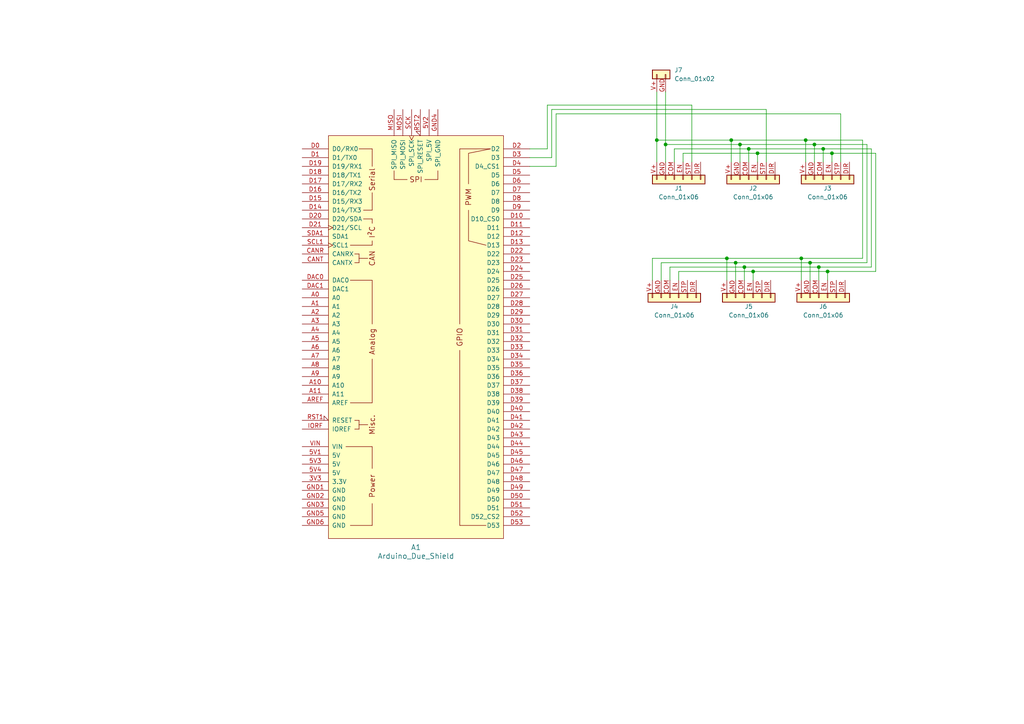
<source format=kicad_sch>
(kicad_sch (version 20230121) (generator eeschema)
  (paper "A4")
  (lib_symbols
    (symbol "Connector_Generic:Conn_01x02" (pin_names (offset 1.016) hide)
      (property "Reference" "J7" (at 1.27 -5.08 90))
      (property "Value" "Conn_01x02" (at -1.27 -5.08 90))
      (symbol "Conn_01x02_1_1"
        (rectangle (start -1.27 -2.413) (end 0 -2.667) (stroke (width 0.1524)))
        (rectangle (start -1.27 0.127) (end 0 -0.127) (stroke (width 0.1524)))
        (rectangle (start -1.27 1.27) (end 1.27 -3.81) (stroke (width 0.254)) (fill (type background)))
        (pin passive line (at -5.08 -2.54 0) (length 3.81) (name "GND") (number "GND"))
        (pin passive line (at -5.08 0 0) (length 3.81) (name "V+") (number "V+"))
      )
    )
    (symbol "Connector_Generic:Conn_01x06" (pin_names (offset 1.016) hide)
      (property "Reference" "J1" (at 2.54 -1.27 90))
      (property "Value" "Conn_01x06" (at 5.08 -1.27 90))
      (symbol "Conn_01x06_1_1"
        (rectangle (start -1.27 -7.493) (end 0 -7.747) (stroke (width 0.1524)))
        (rectangle (start -1.27 -4.953) (end 0 -5.207) (stroke (width 0.1524)))
        (rectangle (start -1.27 -2.413) (end 0 -2.667) (stroke (width 0.1524)))
        (rectangle (start -1.27 0.127) (end 0 -0.127) (stroke (width 0.1524)))
        (rectangle (start -1.27 2.667) (end 0 2.413) (stroke (width 0.1524)))
        (rectangle (start -1.27 5.207) (end 0 4.953) (stroke (width 0.1524)))
        (rectangle (start -1.27 6.35) (end 1.27 -8.89) (stroke (width 0.254)) (fill (type background)))
        (pin passive line (at -5.08 -2.54 0) (length 3.81) (name "COM") (number "COM"))
        (pin passive line (at -5.08 5.08 0) (length 3.81) (name "DIR") (number "DIR"))
        (pin passive line (at -5.08 0 0) (length 3.81) (name "EN") (number "EN"))
        (pin passive line (at -5.08 -5.08 0) (length 3.81) (name "GND") (number "GND"))
        (pin passive line (at -5.08 2.54 0) (length 3.81) (name "STP") (number "STP"))
        (pin passive line (at -5.08 -7.62 0) (length 3.81) (name "V+") (number "V+"))
      )
    )
    (symbol "arduino-library:Arduino_Due_Shield" (pin_names (offset 1.016))
      (property "Reference" "A" (at 0 -62.23 0))
      (property "Value" "Arduino_Due_Shield" (at 0 -66.04 0))
      (symbol "Arduino_Due_Shield_0_0"
        (rectangle (start -25.4 -58.42) (end 25.4 58.42) (fill (type background)))
        (rectangle (start -20.32 -31.75) (end -12.7 -31.75))
        (rectangle (start -19.05 -54.61) (end -12.7 -54.61))
        (rectangle (start -19.05 -19.05) (end -12.7 -19.05))
        (rectangle (start -19.05 16.51) (end -12.7 16.51))
        (rectangle (start -19.05 26.67) (end -12.7 26.67))
        (rectangle (start -17.78 -26.67) (end -16.51 -26.67))
        (rectangle (start -17.78 -24.13) (end -16.51 -24.13))
        (rectangle (start -17.78 21.59) (end -16.51 21.59))
        (rectangle (start -17.78 24.13) (end -16.51 24.13))
        (rectangle (start -16.51 -25.4) (end -13.97 -25.4))
        (rectangle (start -16.51 -24.13) (end -16.51 -26.67))
        (rectangle (start -16.51 22.86) (end -13.97 22.86))
        (rectangle (start -16.51 24.13) (end -16.51 21.59))
        (rectangle (start -16.51 54.61) (end -12.7 54.61))
        (rectangle (start -15.24 34.29) (end -12.7 34.29))
        (rectangle (start -15.24 36.83) (end -12.7 36.83))
        (rectangle (start -12.7 -54.61) (end -12.7 -48.26))
        (rectangle (start -12.7 -31.75) (end -12.7 -38.1))
        (rectangle (start -12.7 -6.35) (end -12.7 -19.05))
        (rectangle (start -12.7 16.51) (end -12.7 3.81))
        (rectangle (start -12.7 26.67) (end -12.7 27.94))
        (rectangle (start -12.7 34.29) (end -12.7 33.02))
        (rectangle (start -12.7 41.91) (end -12.7 36.83))
        (rectangle (start -12.7 49.53) (end -12.7 54.61))
        (rectangle (start -6.35 48.26) (end -6.35 45.72))
        (rectangle (start -2.54 45.72) (end -6.35 45.72))
        (polyline (pts (xy 12.7 -54.61) (xy 20.32 -54.61)))
        (polyline (pts (xy 21.59 54.61) (xy 12.7 54.61)))
        (polyline (pts (xy 15.24 44.45) (xy 15.24 53.34) (xy 21.59 54.61)))
        (polyline (pts (xy 20.32 26.67) (xy 15.24 27.94) (xy 15.24 36.83)))
        (rectangle (start 6.35 45.72) (end 2.54 45.72))
        (rectangle (start 6.35 48.26) (end 6.35 45.72))
        (text "Analog" (at -12.7 -1.27 900) (effects (font (size 1.524 1.524))))
        (text "CAN" (at -12.7 22.86 900) (effects (font (size 1.524 1.524))))
        (text "I²C" (at -12.7 30.48 900) (effects (font (size 1.524 1.524))))
        (text "Misc." (at -12.7 -25.4 900) (effects (font (size 1.524 1.524))))
        (text "Power" (at -12.7 -43.18 900) (effects (font (size 1.524 1.524))))
        (text "PWM" (at 15.24 40.64 900) (effects (font (size 1.524 1.524))))
        (text "Serial" (at -12.7 45.72 900) (effects (font (size 1.524 1.524))))
        (text "SPI" (at 0 45.72 0) (effects (font (size 1.524 1.524))))
      )
      (symbol "Arduino_Due_Shield_1_0"
        (rectangle (start 12.7 -54.61) (end 12.7 -3.81))
        (rectangle (start 12.7 54.61) (end 12.7 3.81))
        (text "GPIO" (at 12.7 0 900) (effects (font (size 1.524 1.524))))
      )
      (symbol "Arduino_Due_Shield_1_1"
        (pin power_out line (at -33.02 -41.91 0) (length 7.62) (name "3.3V") (number "3V3"))
        (pin power_in line (at -33.02 -34.29 0) (length 7.62) (name "5V") (number "5V1"))
        (pin power_in line (at 3.81 66.04 270) (length 7.62) (name "SPI_5V") (number "5V2"))
        (pin power_in line (at -33.02 -36.83 0) (length 7.62) (name "5V") (number "5V3"))
        (pin power_in line (at -33.02 -39.37 0) (length 7.62) (name "5V") (number "5V4"))
        (pin bidirectional line (at -33.02 11.43 0) (length 7.62) (name "A0") (number "A0"))
        (pin bidirectional line (at -33.02 8.89 0) (length 7.62) (name "A1") (number "A1"))
        (pin bidirectional line (at -33.02 -13.97 0) (length 7.62) (name "A10") (number "A10"))
        (pin bidirectional line (at -33.02 -16.51 0) (length 7.62) (name "A11") (number "A11"))
        (pin bidirectional line (at -33.02 6.35 0) (length 7.62) (name "A2") (number "A2"))
        (pin bidirectional line (at -33.02 3.81 0) (length 7.62) (name "A3") (number "A3"))
        (pin bidirectional line (at -33.02 1.27 0) (length 7.62) (name "A4") (number "A4"))
        (pin bidirectional line (at -33.02 -1.27 0) (length 7.62) (name "A5") (number "A5"))
        (pin bidirectional line (at -33.02 -3.81 0) (length 7.62) (name "A6") (number "A6"))
        (pin bidirectional line (at -33.02 -6.35 0) (length 7.62) (name "A7") (number "A7"))
        (pin bidirectional line (at -33.02 -8.89 0) (length 7.62) (name "A8") (number "A8"))
        (pin bidirectional line (at -33.02 -11.43 0) (length 7.62) (name "A9") (number "A9"))
        (pin input line (at -33.02 -19.05 0) (length 7.62) (name "AREF") (number "AREF"))
        (pin bidirectional line (at -33.02 24.13 0) (length 7.62) (name "CANRX") (number "CANR"))
        (pin bidirectional line (at -33.02 21.59 0) (length 7.62) (name "CANTX") (number "CANT"))
        (pin bidirectional line (at -33.02 54.61 0) (length 7.62) (name "D0/RX0") (number "D0"))
        (pin bidirectional line (at -33.02 52.07 0) (length 7.62) (name "D1/TX0") (number "D1"))
        (pin bidirectional line (at 33.02 34.29 180) (length 7.62) (name "D10_CS0") (number "D10"))
        (pin bidirectional line (at 33.02 31.75 180) (length 7.62) (name "D11") (number "D11"))
        (pin bidirectional line (at 33.02 29.21 180) (length 7.62) (name "D12") (number "D12"))
        (pin bidirectional line (at 33.02 26.67 180) (length 7.62) (name "D13") (number "D13"))
        (pin bidirectional line (at -33.02 36.83 0) (length 7.62) (name "D14/TX3") (number "D14"))
        (pin bidirectional line (at -33.02 39.37 0) (length 7.62) (name "D15/RX3") (number "D15"))
        (pin bidirectional line (at -33.02 41.91 0) (length 7.62) (name "D16/TX2") (number "D16"))
        (pin bidirectional line (at -33.02 44.45 0) (length 7.62) (name "D17/RX2") (number "D17"))
        (pin bidirectional line (at -33.02 46.99 0) (length 7.62) (name "D18/TX1") (number "D18"))
        (pin bidirectional line (at -33.02 49.53 0) (length 7.62) (name "D19/RX1") (number "D19"))
        (pin bidirectional line (at 33.02 54.61 180) (length 7.62) (name "D2") (number "D2"))
        (pin bidirectional line (at -33.02 34.29 0) (length 7.62) (name "D20/SDA") (number "D20"))
        (pin bidirectional clock (at -33.02 31.75 0) (length 7.62) (name "D21/SCL") (number "D21"))
        (pin bidirectional line (at 33.02 24.13 180) (length 7.62) (name "D22") (number "D22"))
        (pin bidirectional line (at 33.02 21.59 180) (length 7.62) (name "D23") (number "D23"))
        (pin bidirectional line (at 33.02 19.05 180) (length 7.62) (name "D24") (number "D24"))
        (pin bidirectional line (at 33.02 16.51 180) (length 7.62) (name "D25") (number "D25"))
        (pin bidirectional line (at 33.02 13.97 180) (length 7.62) (name "D26") (number "D26"))
        (pin bidirectional line (at 33.02 11.43 180) (length 7.62) (name "D27") (number "D27"))
        (pin bidirectional line (at 33.02 8.89 180) (length 7.62) (name "D28") (number "D28"))
        (pin bidirectional line (at 33.02 6.35 180) (length 7.62) (name "D29") (number "D29"))
        (pin bidirectional line (at 33.02 52.07 180) (length 7.62) (name "D3") (number "D3"))
        (pin bidirectional line (at 33.02 3.81 180) (length 7.62) (name "D30") (number "D30"))
        (pin bidirectional line (at 33.02 1.27 180) (length 7.62) (name "D31") (number "D31"))
        (pin bidirectional line (at 33.02 -1.27 180) (length 7.62) (name "D32") (number "D32"))
        (pin bidirectional line (at 33.02 -3.81 180) (length 7.62) (name "D33") (number "D33"))
        (pin bidirectional line (at 33.02 -6.35 180) (length 7.62) (name "D34") (number "D34"))
        (pin bidirectional line (at 33.02 -8.89 180) (length 7.62) (name "D35") (number "D35"))
        (pin bidirectional line (at 33.02 -11.43 180) (length 7.62) (name "D36") (number "D36"))
        (pin bidirectional line (at 33.02 -13.97 180) (length 7.62) (name "D37") (number "D37"))
        (pin bidirectional line (at 33.02 -16.51 180) (length 7.62) (name "D38") (number "D38"))
        (pin bidirectional line (at 33.02 -19.05 180) (length 7.62) (name "D39") (number "D39"))
        (pin bidirectional line (at 33.02 49.53 180) (length 7.62) (name "D4_CS1") (number "D4"))
        (pin bidirectional line (at 33.02 -21.59 180) (length 7.62) (name "D40") (number "D40"))
        (pin bidirectional line (at 33.02 -24.13 180) (length 7.62) (name "D41") (number "D41"))
        (pin bidirectional line (at 33.02 -26.67 180) (length 7.62) (name "D42") (number "D42"))
        (pin bidirectional line (at 33.02 -29.21 180) (length 7.62) (name "D43") (number "D43"))
        (pin bidirectional line (at 33.02 -31.75 180) (length 7.62) (name "D44") (number "D44"))
        (pin bidirectional line (at 33.02 -34.29 180) (length 7.62) (name "D45") (number "D45"))
        (pin bidirectional line (at 33.02 -36.83 180) (length 7.62) (name "D46") (number "D46"))
        (pin bidirectional line (at 33.02 -39.37 180) (length 7.62) (name "D47") (number "D47"))
        (pin bidirectional line (at 33.02 -41.91 180) (length 7.62) (name "D48") (number "D48"))
        (pin bidirectional line (at 33.02 -44.45 180) (length 7.62) (name "D49") (number "D49"))
        (pin bidirectional line (at 33.02 46.99 180) (length 7.62) (name "D5") (number "D5"))
        (pin bidirectional line (at 33.02 -46.99 180) (length 7.62) (name "D50") (number "D50"))
        (pin bidirectional line (at 33.02 -49.53 180) (length 7.62) (name "D51") (number "D51"))
        (pin bidirectional line (at 33.02 -52.07 180) (length 7.62) (name "D52_CS2") (number "D52"))
        (pin bidirectional line (at 33.02 -54.61 180) (length 7.62) (name "D53") (number "D53"))
        (pin bidirectional line (at 33.02 44.45 180) (length 7.62) (name "D6") (number "D6"))
        (pin bidirectional line (at 33.02 41.91 180) (length 7.62) (name "D7") (number "D7"))
        (pin bidirectional line (at 33.02 39.37 180) (length 7.62) (name "D8") (number "D8"))
        (pin bidirectional line (at 33.02 36.83 180) (length 7.62) (name "D9") (number "D9"))
        (pin bidirectional line (at -33.02 16.51 0) (length 7.62) (name "DAC0") (number "DAC0"))
        (pin bidirectional line (at -33.02 13.97 0) (length 7.62) (name "DAC1") (number "DAC1"))
        (pin power_in line (at -33.02 -44.45 0) (length 7.62) (name "GND") (number "GND1"))
        (pin power_in line (at -33.02 -46.99 0) (length 7.62) (name "GND") (number "GND2"))
        (pin power_in line (at -33.02 -49.53 0) (length 7.62) (name "GND") (number "GND3"))
        (pin power_in line (at 6.35 66.04 270) (length 7.62) (name "SPI_GND") (number "GND4"))
        (pin power_in line (at -33.02 -52.07 0) (length 7.62) (name "GND") (number "GND5"))
        (pin power_in line (at -33.02 -54.61 0) (length 7.62) (name "GND") (number "GND6"))
        (pin output line (at -33.02 -26.67 0) (length 7.62) (name "IOREF") (number "IORF"))
        (pin input line (at -6.35 66.04 270) (length 7.62) (name "SPI_MISO") (number "MISO"))
        (pin output line (at -3.81 66.04 270) (length 7.62) (name "SPI_MOSI") (number "MOSI"))
        (pin open_collector input_low (at -33.02 -24.13 0) (length 7.62) (name "RESET") (number "RST1"))
        (pin open_collector input_low (at 1.27 66.04 270) (length 7.62) (name "SPI_RESET") (number "RST2"))
        (pin output clock (at -1.27 66.04 270) (length 7.62) (name "SPI_SCK") (number "SCK"))
        (pin bidirectional clock (at -33.02 26.67 0) (length 7.62) (name "SCL1") (number "SCL1"))
        (pin bidirectional line (at -33.02 29.21 0) (length 7.62) (name "SDA1") (number "SDA1"))
        (pin power_in line (at -33.02 -31.75 0) (length 7.62) (name "VIN") (number "VIN"))
      )
    )
  )
  (junction (at 193.04 41.91))
  (junction (at 236.22 41.91))
  (junction (at 212.09 40.64))
  (junction (at 240.03 78.74))
  (junction (at 232.41 74.93))
  (junction (at 219.71 44.45))
  (junction (at 214.63 41.91))
  (junction (at 217.17 43.18))
  (junction (at 233.68 40.64))
  (junction (at 218.44 78.74))
  (junction (at 190.5 40.64))
  (junction (at 241.3 44.45))
  (junction (at 234.95 76.2))
  (junction (at 215.9 77.47))
  (junction (at 210.82 74.93))
  (junction (at 238.76 43.18))
  (junction (at 213.36 76.2))
  (junction (at 237.49 77.47))
  (wire (pts (xy 237.49 77.47) (xy 237.49 81.28)))
  (wire (pts (xy 193.04 41.91) (xy 193.04 46.99)))
  (wire (pts (xy 161.29 48.26) (xy 161.29 33.02)))
  (wire (pts (xy 234.95 76.2) (xy 251.46 76.2)))
  (wire (pts (xy 200.66 30.48) (xy 200.66 46.99)))
  (wire (pts (xy 160.02 31.75) (xy 222.25 31.75)))
  (wire (pts (xy 160.02 45.72) (xy 160.02 31.75)))
  (wire (pts (xy 153.67 48.26) (xy 161.29 48.26)))
  (wire (pts (xy 153.67 43.18) (xy 158.75 43.18)))
  (wire (pts (xy 215.9 77.47) (xy 215.9 81.28)))
  (wire (pts (xy 213.36 76.2) (xy 213.36 81.28)))
  (wire (pts (xy 158.75 30.48) (xy 200.66 30.48)))
  (wire (pts (xy 241.3 44.45) (xy 254 44.45)))
  (wire (pts (xy 252.73 77.47) (xy 237.49 77.47)))
  (wire (pts (xy 215.9 77.47) (xy 194.31 77.47)))
  (wire (pts (xy 236.22 41.91) (xy 236.22 46.99)))
  (wire (pts (xy 232.41 74.93) (xy 210.82 74.93)))
  (wire (pts (xy 213.36 76.2) (xy 234.95 76.2)))
  (wire (pts (xy 240.03 78.74) (xy 218.44 78.74)))
  (wire (pts (xy 195.58 43.18) (xy 217.17 43.18)))
  (wire (pts (xy 254 44.45) (xy 254 78.74)))
  (wire (pts (xy 250.19 40.64) (xy 250.19 74.93)))
  (wire (pts (xy 237.49 77.47) (xy 215.9 77.47)))
  (wire (pts (xy 214.63 41.91) (xy 193.04 41.91)))
  (wire (pts (xy 234.95 76.2) (xy 234.95 81.28)))
  (wire (pts (xy 193.04 26.67) (xy 193.04 41.91)))
  (wire (pts (xy 251.46 41.91) (xy 236.22 41.91)))
  (wire (pts (xy 214.63 41.91) (xy 214.63 46.99)))
  (wire (pts (xy 212.09 40.64) (xy 212.09 46.99)))
  (wire (pts (xy 240.03 78.74) (xy 240.03 81.28)))
  (wire (pts (xy 250.19 74.93) (xy 232.41 74.93)))
  (wire (pts (xy 233.68 40.64) (xy 212.09 40.64)))
  (wire (pts (xy 232.41 81.28) (xy 232.41 74.93)))
  (wire (pts (xy 194.31 77.47) (xy 194.31 81.28)))
  (wire (pts (xy 190.5 40.64) (xy 212.09 40.64)))
  (wire (pts (xy 190.5 26.67) (xy 190.5 40.64)))
  (wire (pts (xy 190.5 46.99) (xy 190.5 40.64)))
  (wire (pts (xy 217.17 43.18) (xy 217.17 46.99)))
  (wire (pts (xy 254 78.74) (xy 240.03 78.74)))
  (wire (pts (xy 243.84 33.02) (xy 243.84 46.99)))
  (wire (pts (xy 158.75 43.18) (xy 158.75 30.48)))
  (wire (pts (xy 191.77 76.2) (xy 213.36 76.2)))
  (wire (pts (xy 238.76 43.18) (xy 252.73 43.18)))
  (wire (pts (xy 219.71 44.45) (xy 219.71 46.99)))
  (wire (pts (xy 236.22 41.91) (xy 214.63 41.91)))
  (wire (pts (xy 189.23 74.93) (xy 210.82 74.93)))
  (wire (pts (xy 233.68 40.64) (xy 250.19 40.64)))
  (wire (pts (xy 196.85 78.74) (xy 196.85 81.28)))
  (wire (pts (xy 198.12 46.99) (xy 198.12 44.45)))
  (wire (pts (xy 218.44 78.74) (xy 218.44 81.28)))
  (wire (pts (xy 219.71 44.45) (xy 241.3 44.45)))
  (wire (pts (xy 189.23 81.28) (xy 189.23 74.93)))
  (wire (pts (xy 195.58 46.99) (xy 195.58 43.18)))
  (wire (pts (xy 210.82 74.93) (xy 210.82 81.28)))
  (wire (pts (xy 218.44 78.74) (xy 196.85 78.74)))
  (wire (pts (xy 217.17 43.18) (xy 238.76 43.18)))
  (wire (pts (xy 241.3 44.45) (xy 241.3 46.99)))
  (wire (pts (xy 252.73 43.18) (xy 252.73 77.47)))
  (wire (pts (xy 198.12 44.45) (xy 219.71 44.45)))
  (wire (pts (xy 153.67 45.72) (xy 160.02 45.72)))
  (wire (pts (xy 222.25 31.75) (xy 222.25 46.99)))
  (wire (pts (xy 161.29 33.02) (xy 243.84 33.02)))
  (wire (pts (xy 238.76 43.18) (xy 238.76 46.99)))
  (wire (pts (xy 191.77 81.28) (xy 191.77 76.2)))
  (wire (pts (xy 251.46 76.2) (xy 251.46 41.91)))
  (wire (pts (xy 233.68 46.99) (xy 233.68 40.64)))
  (symbol (lib_id "Connector_Generic:Conn_01x06") (at 240.03 86.36 270) (unit 1)
    (property "Reference" "J6" (at 238.76 88.9 90))
    (property "Value" "Conn_01x06" (at 238.76 91.44 90))
  )
  (symbol (lib_id "Connector_Generic:Conn_01x02") (at 190.5 21.59 90) (unit 1)
    (property "Reference" "J7" (at 195.58 20.32 90) (effects (justify right)))
    (property "Value" "Conn_01x02" (at 195.58 22.86 90) (effects (justify right)))
  )
  (symbol (lib_id "Connector_Generic:Conn_01x06") (at 241.3 52.07 270) (unit 1)
    (property "Reference" "J3" (at 240.03 54.61 90))
    (property "Value" "Conn_01x06" (at 240.03 57.15 90))
  )
  (symbol (lib_id "Connector_Generic:Conn_01x06") (at 219.71 52.07 270) (unit 1)
    (property "Reference" "J2" (at 218.44 54.61 90))
    (property "Value" "Conn_01x06" (at 218.44 57.15 90))
  )
  (symbol (lib_id "arduino-library:Arduino_Due_Shield") (at 120.65 97.79 0) (unit 1)
    (property "Reference" "A1" (at 120.65 158.75 0) (effects (font (size 1.524 1.524))))
    (property "Value" "Arduino_Due_Shield" (at 120.65 161.29 0) (effects (font (size 1.524 1.524))))
    (property "Footprint" "PCM_arduino-library:Arduino_Due_Shield" (effects hide))
    (property "Datasheet" "https://docs.arduino.cc/hardware/due" (effects hide))
  )
  (symbol (lib_id "Connector_Generic:Conn_01x06") (at 196.85 86.36 270) (unit 1)
    (property "Reference" "J4" (at 195.58 88.9 90))
    (property "Value" "Conn_01x06" (at 195.58 91.44 90))
  )
  (symbol (lib_id "Connector_Generic:Conn_01x06") (at 198.12 52.07 270) (unit 1)
    (property "Reference" "J1" (at 196.85 54.61 90))
    (property "Value" "Conn_01x06" (at 196.85 57.15 90))
  )
  (symbol (lib_id "Connector_Generic:Conn_01x06") (at 218.44 86.36 270) (unit 1)
    (property "Reference" "J5" (at 217.17 88.9 90))
    (property "Value" "Conn_01x06" (at 217.17 91.44 90))
  )
)
</source>
